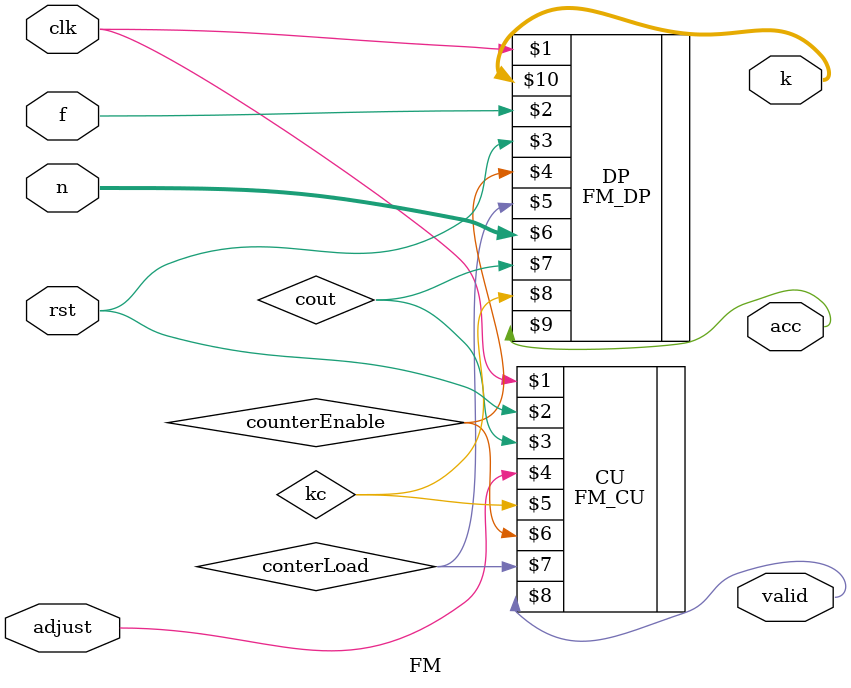
<source format=sv>
module FM(input clk, input f, input rst, input adjust, input [3:0] n, output valid, output acc, output [7:0] k);
    wire conterLoad, counterEnable, cout, kc;
    FM_CU CU(clk, rst, cout, adjust, kc, counterEnable, conterLoad, valid);
    FM_DP DP(clk, f, rst, counterEnable, conterLoad, n, cout, kc, acc, k);
endmodule
</source>
